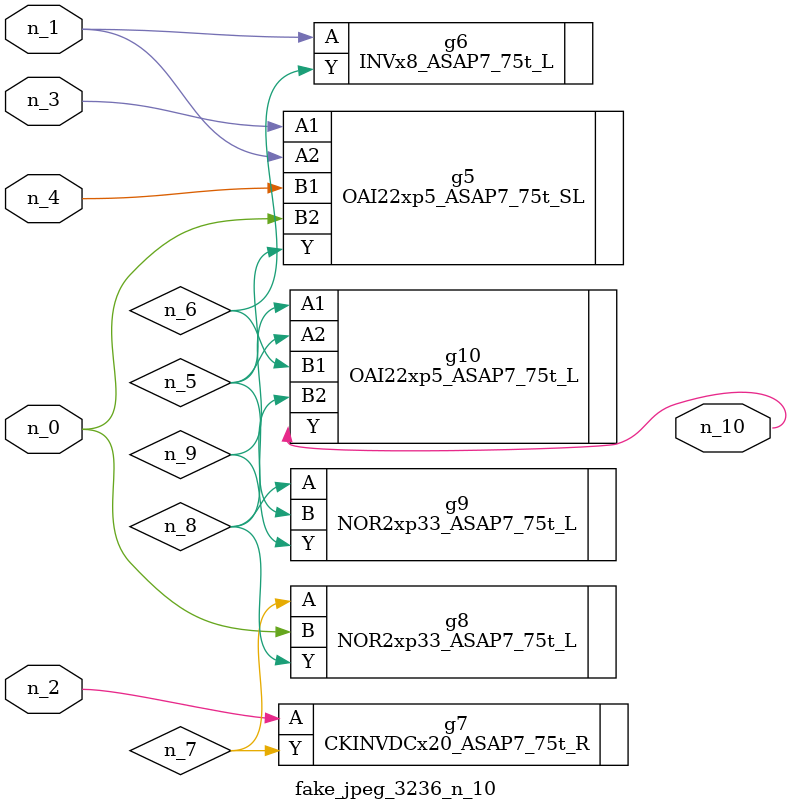
<source format=v>
module fake_jpeg_3236_n_10 (n_3, n_2, n_1, n_0, n_4, n_10);

input n_3;
input n_2;
input n_1;
input n_0;
input n_4;

output n_10;

wire n_8;
wire n_9;
wire n_6;
wire n_5;
wire n_7;

OAI22xp5_ASAP7_75t_SL g5 ( 
.A1(n_3),
.A2(n_1),
.B1(n_4),
.B2(n_0),
.Y(n_5)
);

INVx8_ASAP7_75t_L g6 ( 
.A(n_1),
.Y(n_6)
);

CKINVDCx20_ASAP7_75t_R g7 ( 
.A(n_2),
.Y(n_7)
);

NOR2xp33_ASAP7_75t_L g8 ( 
.A(n_7),
.B(n_0),
.Y(n_8)
);

NOR2xp33_ASAP7_75t_L g9 ( 
.A(n_8),
.B(n_5),
.Y(n_9)
);

OAI22xp5_ASAP7_75t_L g10 ( 
.A1(n_9),
.A2(n_5),
.B1(n_6),
.B2(n_8),
.Y(n_10)
);


endmodule
</source>
